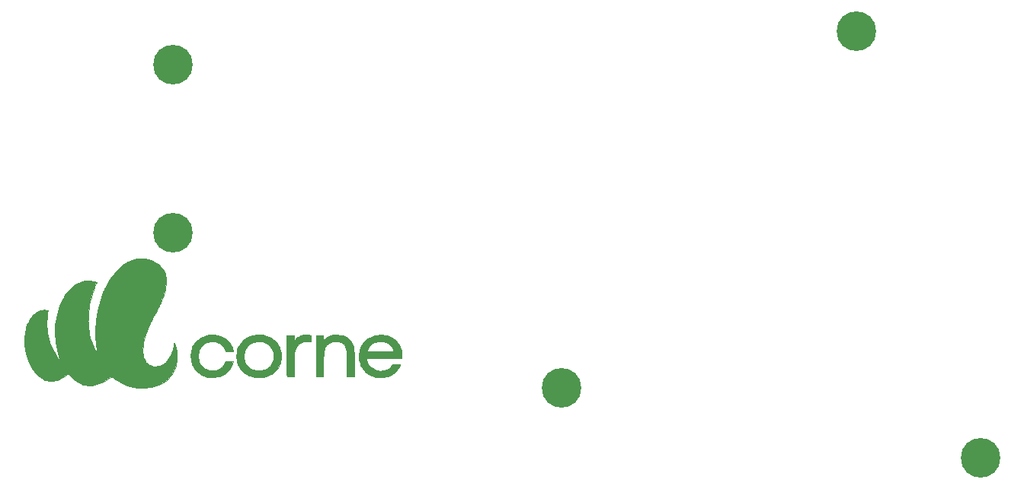
<source format=gbr>
G04 #@! TF.GenerationSoftware,KiCad,Pcbnew,5.1.5+dfsg1-2~bpo10+1*
G04 #@! TF.CreationDate,2020-09-05T13:18:24+00:00*
G04 #@! TF.ProjectId,corne-bottom-plate,636f726e-652d-4626-9f74-746f6d2d706c,2.1*
G04 #@! TF.SameCoordinates,Original*
G04 #@! TF.FileFunction,Soldermask,Top*
G04 #@! TF.FilePolarity,Negative*
%FSLAX46Y46*%
G04 Gerber Fmt 4.6, Leading zero omitted, Abs format (unit mm)*
G04 Created by KiCad (PCBNEW 5.1.5+dfsg1-2~bpo10+1) date 2020-09-05 13:18:24*
%MOMM*%
%LPD*%
G04 APERTURE LIST*
%ADD10C,0.010000*%
%ADD11C,4.400000*%
G04 APERTURE END LIST*
D10*
G36*
X97836867Y-116836010D02*
G01*
X98047039Y-116856224D01*
X98241596Y-116889621D01*
X98421852Y-116936675D01*
X98589119Y-116997862D01*
X98744712Y-117073655D01*
X98889943Y-117164531D01*
X99016428Y-117262629D01*
X99139501Y-117381357D01*
X99250477Y-117516844D01*
X99348876Y-117668159D01*
X99434221Y-117834368D01*
X99506030Y-118014538D01*
X99563827Y-118207737D01*
X99607131Y-118413031D01*
X99607154Y-118413166D01*
X99614074Y-118454173D01*
X99620309Y-118492473D01*
X99625893Y-118529331D01*
X99630863Y-118566007D01*
X99635255Y-118603766D01*
X99639104Y-118643870D01*
X99642445Y-118687582D01*
X99645316Y-118736165D01*
X99647752Y-118790880D01*
X99649787Y-118852993D01*
X99651459Y-118923764D01*
X99652803Y-119004457D01*
X99653855Y-119096334D01*
X99654650Y-119200659D01*
X99655225Y-119318695D01*
X99655615Y-119451703D01*
X99655856Y-119600947D01*
X99655983Y-119767689D01*
X99656033Y-119953193D01*
X99656041Y-120138250D01*
X99656041Y-121487625D01*
X99246409Y-121490394D01*
X98836778Y-121493164D01*
X98833143Y-120098686D01*
X98832614Y-119898412D01*
X98832114Y-119718132D01*
X98831622Y-119556673D01*
X98831118Y-119412864D01*
X98830582Y-119285532D01*
X98829993Y-119173505D01*
X98829331Y-119075609D01*
X98828577Y-118990674D01*
X98827710Y-118917525D01*
X98826709Y-118854991D01*
X98825555Y-118801899D01*
X98824228Y-118757078D01*
X98822707Y-118719354D01*
X98820972Y-118687555D01*
X98819003Y-118660508D01*
X98816779Y-118637042D01*
X98814282Y-118615984D01*
X98811489Y-118596161D01*
X98808382Y-118576401D01*
X98806778Y-118566625D01*
X98779832Y-118424536D01*
X98748446Y-118300361D01*
X98711439Y-118191101D01*
X98667631Y-118093756D01*
X98615843Y-118005326D01*
X98554893Y-117922811D01*
X98552174Y-117919502D01*
X98463395Y-117828363D01*
X98358668Y-117750356D01*
X98238882Y-117685787D01*
X98104925Y-117634961D01*
X97957687Y-117598183D01*
X97798056Y-117575759D01*
X97626922Y-117567994D01*
X97534083Y-117569834D01*
X97362416Y-117584583D01*
X97204586Y-117614557D01*
X97059134Y-117660349D01*
X96924597Y-117722556D01*
X96799514Y-117801775D01*
X96682424Y-117898600D01*
X96649077Y-117930732D01*
X96554431Y-118035294D01*
X96473852Y-118147353D01*
X96405919Y-118269638D01*
X96349211Y-118404877D01*
X96302307Y-118555801D01*
X96283004Y-118633984D01*
X96279632Y-118648924D01*
X96276596Y-118663526D01*
X96273874Y-118678941D01*
X96271443Y-118696322D01*
X96269280Y-118716819D01*
X96267364Y-118741585D01*
X96265670Y-118771771D01*
X96264176Y-118808528D01*
X96262861Y-118853010D01*
X96261700Y-118906367D01*
X96260672Y-118969751D01*
X96259754Y-119044313D01*
X96258923Y-119131206D01*
X96258156Y-119231581D01*
X96257431Y-119346590D01*
X96256725Y-119477384D01*
X96256016Y-119625116D01*
X96255280Y-119790936D01*
X96254496Y-119975997D01*
X96253930Y-120111791D01*
X96248208Y-121487625D01*
X95832812Y-121490393D01*
X95417416Y-121493162D01*
X95417416Y-116899750D01*
X96253500Y-116899750D01*
X96253500Y-117164333D01*
X96253676Y-117251555D01*
X96254456Y-117319275D01*
X96256217Y-117369152D01*
X96259337Y-117402850D01*
X96264192Y-117422031D01*
X96271160Y-117428356D01*
X96280618Y-117423488D01*
X96292943Y-117409088D01*
X96305127Y-117391813D01*
X96336800Y-117351580D01*
X96381544Y-117303179D01*
X96435091Y-117250586D01*
X96493175Y-117197776D01*
X96551531Y-117148726D01*
X96605890Y-117107409D01*
X96622961Y-117095658D01*
X96714251Y-117038800D01*
X96802661Y-116992751D01*
X96896142Y-116953804D01*
X97002650Y-116918252D01*
X97005318Y-116917444D01*
X97171008Y-116876150D01*
X97350308Y-116847831D01*
X97539855Y-116832816D01*
X97736285Y-116831433D01*
X97836867Y-116836010D01*
G37*
X97836867Y-116836010D02*
X98047039Y-116856224D01*
X98241596Y-116889621D01*
X98421852Y-116936675D01*
X98589119Y-116997862D01*
X98744712Y-117073655D01*
X98889943Y-117164531D01*
X99016428Y-117262629D01*
X99139501Y-117381357D01*
X99250477Y-117516844D01*
X99348876Y-117668159D01*
X99434221Y-117834368D01*
X99506030Y-118014538D01*
X99563827Y-118207737D01*
X99607131Y-118413031D01*
X99607154Y-118413166D01*
X99614074Y-118454173D01*
X99620309Y-118492473D01*
X99625893Y-118529331D01*
X99630863Y-118566007D01*
X99635255Y-118603766D01*
X99639104Y-118643870D01*
X99642445Y-118687582D01*
X99645316Y-118736165D01*
X99647752Y-118790880D01*
X99649787Y-118852993D01*
X99651459Y-118923764D01*
X99652803Y-119004457D01*
X99653855Y-119096334D01*
X99654650Y-119200659D01*
X99655225Y-119318695D01*
X99655615Y-119451703D01*
X99655856Y-119600947D01*
X99655983Y-119767689D01*
X99656033Y-119953193D01*
X99656041Y-120138250D01*
X99656041Y-121487625D01*
X99246409Y-121490394D01*
X98836778Y-121493164D01*
X98833143Y-120098686D01*
X98832614Y-119898412D01*
X98832114Y-119718132D01*
X98831622Y-119556673D01*
X98831118Y-119412864D01*
X98830582Y-119285532D01*
X98829993Y-119173505D01*
X98829331Y-119075609D01*
X98828577Y-118990674D01*
X98827710Y-118917525D01*
X98826709Y-118854991D01*
X98825555Y-118801899D01*
X98824228Y-118757078D01*
X98822707Y-118719354D01*
X98820972Y-118687555D01*
X98819003Y-118660508D01*
X98816779Y-118637042D01*
X98814282Y-118615984D01*
X98811489Y-118596161D01*
X98808382Y-118576401D01*
X98806778Y-118566625D01*
X98779832Y-118424536D01*
X98748446Y-118300361D01*
X98711439Y-118191101D01*
X98667631Y-118093756D01*
X98615843Y-118005326D01*
X98554893Y-117922811D01*
X98552174Y-117919502D01*
X98463395Y-117828363D01*
X98358668Y-117750356D01*
X98238882Y-117685787D01*
X98104925Y-117634961D01*
X97957687Y-117598183D01*
X97798056Y-117575759D01*
X97626922Y-117567994D01*
X97534083Y-117569834D01*
X97362416Y-117584583D01*
X97204586Y-117614557D01*
X97059134Y-117660349D01*
X96924597Y-117722556D01*
X96799514Y-117801775D01*
X96682424Y-117898600D01*
X96649077Y-117930732D01*
X96554431Y-118035294D01*
X96473852Y-118147353D01*
X96405919Y-118269638D01*
X96349211Y-118404877D01*
X96302307Y-118555801D01*
X96283004Y-118633984D01*
X96279632Y-118648924D01*
X96276596Y-118663526D01*
X96273874Y-118678941D01*
X96271443Y-118696322D01*
X96269280Y-118716819D01*
X96267364Y-118741585D01*
X96265670Y-118771771D01*
X96264176Y-118808528D01*
X96262861Y-118853010D01*
X96261700Y-118906367D01*
X96260672Y-118969751D01*
X96259754Y-119044313D01*
X96258923Y-119131206D01*
X96258156Y-119231581D01*
X96257431Y-119346590D01*
X96256725Y-119477384D01*
X96256016Y-119625116D01*
X96255280Y-119790936D01*
X96254496Y-119975997D01*
X96253930Y-120111791D01*
X96248208Y-121487625D01*
X95832812Y-121490393D01*
X95417416Y-121493162D01*
X95417416Y-116899750D01*
X96253500Y-116899750D01*
X96253500Y-117164333D01*
X96253676Y-117251555D01*
X96254456Y-117319275D01*
X96256217Y-117369152D01*
X96259337Y-117402850D01*
X96264192Y-117422031D01*
X96271160Y-117428356D01*
X96280618Y-117423488D01*
X96292943Y-117409088D01*
X96305127Y-117391813D01*
X96336800Y-117351580D01*
X96381544Y-117303179D01*
X96435091Y-117250586D01*
X96493175Y-117197776D01*
X96551531Y-117148726D01*
X96605890Y-117107409D01*
X96622961Y-117095658D01*
X96714251Y-117038800D01*
X96802661Y-116992751D01*
X96896142Y-116953804D01*
X97002650Y-116918252D01*
X97005318Y-116917444D01*
X97171008Y-116876150D01*
X97350308Y-116847831D01*
X97539855Y-116832816D01*
X97736285Y-116831433D01*
X97836867Y-116836010D01*
G36*
X94363559Y-116802505D02*
G01*
X94421095Y-116807273D01*
X94489817Y-116814494D01*
X94564892Y-116823574D01*
X94641486Y-116833919D01*
X94714767Y-116844934D01*
X94779902Y-116856027D01*
X94795645Y-116858993D01*
X94856500Y-116870753D01*
X94856500Y-117235215D01*
X94856444Y-117332715D01*
X94856210Y-117411083D01*
X94855690Y-117472352D01*
X94854780Y-117518556D01*
X94853376Y-117551728D01*
X94851372Y-117573903D01*
X94848663Y-117587113D01*
X94845145Y-117593394D01*
X94840712Y-117594778D01*
X94837979Y-117594229D01*
X94674264Y-117557016D01*
X94505638Y-117539906D01*
X94334038Y-117542975D01*
X94161399Y-117566295D01*
X94153166Y-117567915D01*
X93988211Y-117611317D01*
X93832418Y-117673795D01*
X93685854Y-117755314D01*
X93548585Y-117855838D01*
X93444672Y-117950754D01*
X93338582Y-118067937D01*
X93248797Y-118191374D01*
X93173797Y-118323914D01*
X93112059Y-118468406D01*
X93062062Y-118627702D01*
X93043708Y-118701837D01*
X93040432Y-118716411D01*
X93037488Y-118730915D01*
X93034854Y-118746510D01*
X93032510Y-118764360D01*
X93030435Y-118785628D01*
X93028607Y-118811478D01*
X93027007Y-118843073D01*
X93025612Y-118881577D01*
X93024403Y-118928152D01*
X93023357Y-118983961D01*
X93022455Y-119050170D01*
X93021675Y-119127939D01*
X93020997Y-119218434D01*
X93020399Y-119322816D01*
X93019861Y-119442250D01*
X93019362Y-119577899D01*
X93018880Y-119730926D01*
X93018396Y-119902494D01*
X93017887Y-120093767D01*
X93017750Y-120146187D01*
X93014236Y-121492916D01*
X92608923Y-121492916D01*
X92518301Y-121492738D01*
X92434374Y-121492230D01*
X92359485Y-121491432D01*
X92295977Y-121490385D01*
X92246193Y-121489128D01*
X92212476Y-121487701D01*
X92197169Y-121486146D01*
X92196555Y-121485861D01*
X92195941Y-121474848D01*
X92195349Y-121443847D01*
X92194782Y-121394036D01*
X92194240Y-121326592D01*
X92193722Y-121242696D01*
X92193231Y-121143524D01*
X92192766Y-121030254D01*
X92192328Y-120904066D01*
X92191919Y-120766138D01*
X92191538Y-120617647D01*
X92191187Y-120459772D01*
X92190865Y-120293691D01*
X92190575Y-120120582D01*
X92190316Y-119941624D01*
X92190088Y-119757996D01*
X92189894Y-119570874D01*
X92189733Y-119381438D01*
X92189607Y-119190865D01*
X92189515Y-119000334D01*
X92189459Y-118811024D01*
X92189438Y-118624112D01*
X92189455Y-118440777D01*
X92189510Y-118262196D01*
X92189602Y-118089549D01*
X92189734Y-117924014D01*
X92189905Y-117766768D01*
X92190116Y-117618990D01*
X92190369Y-117481858D01*
X92190663Y-117356551D01*
X92190999Y-117244247D01*
X92191379Y-117146123D01*
X92191802Y-117063359D01*
X92192270Y-116997132D01*
X92192783Y-116948622D01*
X92193341Y-116919005D01*
X92193901Y-116909451D01*
X92205106Y-116908544D01*
X92235163Y-116907846D01*
X92281758Y-116907366D01*
X92342577Y-116907113D01*
X92415306Y-116907095D01*
X92497632Y-116907321D01*
X92587242Y-116907799D01*
X92606651Y-116907931D01*
X93015000Y-116910821D01*
X93015000Y-117175160D01*
X93015157Y-117262174D01*
X93015900Y-117329690D01*
X93017634Y-117379376D01*
X93020765Y-117412901D01*
X93025697Y-117431931D01*
X93032836Y-117438135D01*
X93042587Y-117433181D01*
X93055355Y-117418736D01*
X93069490Y-117399386D01*
X93127862Y-117326456D01*
X93201580Y-117249638D01*
X93286309Y-117172830D01*
X93377716Y-117099932D01*
X93471464Y-117034844D01*
X93482518Y-117027836D01*
X93589109Y-116969234D01*
X93709976Y-116917054D01*
X93838621Y-116873649D01*
X93968548Y-116841372D01*
X94025582Y-116831124D01*
X94078491Y-116823593D01*
X94138486Y-116816243D01*
X94199560Y-116809690D01*
X94255707Y-116804549D01*
X94300922Y-116801432D01*
X94322041Y-116800783D01*
X94363559Y-116802505D01*
G37*
X94363559Y-116802505D02*
X94421095Y-116807273D01*
X94489817Y-116814494D01*
X94564892Y-116823574D01*
X94641486Y-116833919D01*
X94714767Y-116844934D01*
X94779902Y-116856027D01*
X94795645Y-116858993D01*
X94856500Y-116870753D01*
X94856500Y-117235215D01*
X94856444Y-117332715D01*
X94856210Y-117411083D01*
X94855690Y-117472352D01*
X94854780Y-117518556D01*
X94853376Y-117551728D01*
X94851372Y-117573903D01*
X94848663Y-117587113D01*
X94845145Y-117593394D01*
X94840712Y-117594778D01*
X94837979Y-117594229D01*
X94674264Y-117557016D01*
X94505638Y-117539906D01*
X94334038Y-117542975D01*
X94161399Y-117566295D01*
X94153166Y-117567915D01*
X93988211Y-117611317D01*
X93832418Y-117673795D01*
X93685854Y-117755314D01*
X93548585Y-117855838D01*
X93444672Y-117950754D01*
X93338582Y-118067937D01*
X93248797Y-118191374D01*
X93173797Y-118323914D01*
X93112059Y-118468406D01*
X93062062Y-118627702D01*
X93043708Y-118701837D01*
X93040432Y-118716411D01*
X93037488Y-118730915D01*
X93034854Y-118746510D01*
X93032510Y-118764360D01*
X93030435Y-118785628D01*
X93028607Y-118811478D01*
X93027007Y-118843073D01*
X93025612Y-118881577D01*
X93024403Y-118928152D01*
X93023357Y-118983961D01*
X93022455Y-119050170D01*
X93021675Y-119127939D01*
X93020997Y-119218434D01*
X93020399Y-119322816D01*
X93019861Y-119442250D01*
X93019362Y-119577899D01*
X93018880Y-119730926D01*
X93018396Y-119902494D01*
X93017887Y-120093767D01*
X93017750Y-120146187D01*
X93014236Y-121492916D01*
X92608923Y-121492916D01*
X92518301Y-121492738D01*
X92434374Y-121492230D01*
X92359485Y-121491432D01*
X92295977Y-121490385D01*
X92246193Y-121489128D01*
X92212476Y-121487701D01*
X92197169Y-121486146D01*
X92196555Y-121485861D01*
X92195941Y-121474848D01*
X92195349Y-121443847D01*
X92194782Y-121394036D01*
X92194240Y-121326592D01*
X92193722Y-121242696D01*
X92193231Y-121143524D01*
X92192766Y-121030254D01*
X92192328Y-120904066D01*
X92191919Y-120766138D01*
X92191538Y-120617647D01*
X92191187Y-120459772D01*
X92190865Y-120293691D01*
X92190575Y-120120582D01*
X92190316Y-119941624D01*
X92190088Y-119757996D01*
X92189894Y-119570874D01*
X92189733Y-119381438D01*
X92189607Y-119190865D01*
X92189515Y-119000334D01*
X92189459Y-118811024D01*
X92189438Y-118624112D01*
X92189455Y-118440777D01*
X92189510Y-118262196D01*
X92189602Y-118089549D01*
X92189734Y-117924014D01*
X92189905Y-117766768D01*
X92190116Y-117618990D01*
X92190369Y-117481858D01*
X92190663Y-117356551D01*
X92190999Y-117244247D01*
X92191379Y-117146123D01*
X92191802Y-117063359D01*
X92192270Y-116997132D01*
X92192783Y-116948622D01*
X92193341Y-116919005D01*
X92193901Y-116909451D01*
X92205106Y-116908544D01*
X92235163Y-116907846D01*
X92281758Y-116907366D01*
X92342577Y-116907113D01*
X92415306Y-116907095D01*
X92497632Y-116907321D01*
X92587242Y-116907799D01*
X92606651Y-116907931D01*
X93015000Y-116910821D01*
X93015000Y-117175160D01*
X93015157Y-117262174D01*
X93015900Y-117329690D01*
X93017634Y-117379376D01*
X93020765Y-117412901D01*
X93025697Y-117431931D01*
X93032836Y-117438135D01*
X93042587Y-117433181D01*
X93055355Y-117418736D01*
X93069490Y-117399386D01*
X93127862Y-117326456D01*
X93201580Y-117249638D01*
X93286309Y-117172830D01*
X93377716Y-117099932D01*
X93471464Y-117034844D01*
X93482518Y-117027836D01*
X93589109Y-116969234D01*
X93709976Y-116917054D01*
X93838621Y-116873649D01*
X93968548Y-116841372D01*
X94025582Y-116831124D01*
X94078491Y-116823593D01*
X94138486Y-116816243D01*
X94199560Y-116809690D01*
X94255707Y-116804549D01*
X94300922Y-116801432D01*
X94322041Y-116800783D01*
X94363559Y-116802505D01*
G36*
X84023142Y-116832164D02*
G01*
X84121664Y-116834928D01*
X84208147Y-116840145D01*
X84287127Y-116848308D01*
X84363144Y-116859915D01*
X84440735Y-116875460D01*
X84524439Y-116895440D01*
X84546384Y-116901065D01*
X84766117Y-116967760D01*
X84972949Y-117050423D01*
X85166384Y-117148614D01*
X85345928Y-117261893D01*
X85511085Y-117389821D01*
X85661361Y-117531958D01*
X85796259Y-117687865D01*
X85915285Y-117857102D01*
X86017943Y-118039229D01*
X86103739Y-118233807D01*
X86130580Y-118307333D01*
X86144009Y-118348519D01*
X86159200Y-118398842D01*
X86174949Y-118453843D01*
X86190054Y-118509062D01*
X86203311Y-118560039D01*
X86213518Y-118602315D01*
X86219470Y-118631430D01*
X86220500Y-118640621D01*
X86210288Y-118641790D01*
X86181143Y-118642871D01*
X86135294Y-118643837D01*
X86074976Y-118644659D01*
X86002420Y-118645309D01*
X85919858Y-118645759D01*
X85829521Y-118645981D01*
X85794056Y-118646000D01*
X85367612Y-118646000D01*
X85337987Y-118555031D01*
X85275042Y-118395355D01*
X85193926Y-118245735D01*
X85095702Y-118107389D01*
X84981433Y-117981537D01*
X84852184Y-117869397D01*
X84709015Y-117772189D01*
X84606541Y-117716369D01*
X84449382Y-117650075D01*
X84283288Y-117601771D01*
X84110762Y-117571636D01*
X83934307Y-117559847D01*
X83756423Y-117566585D01*
X83579614Y-117592027D01*
X83421371Y-117631704D01*
X83255988Y-117692765D01*
X83100675Y-117771509D01*
X82956704Y-117866703D01*
X82825342Y-117977114D01*
X82707860Y-118101508D01*
X82605528Y-118238651D01*
X82519614Y-118387311D01*
X82451390Y-118546253D01*
X82437135Y-118587791D01*
X82392459Y-118753642D01*
X82362782Y-118928694D01*
X82348080Y-119108975D01*
X82348330Y-119290513D01*
X82363508Y-119469334D01*
X82393589Y-119641466D01*
X82438551Y-119802935D01*
X82444501Y-119820150D01*
X82514048Y-119987210D01*
X82599993Y-120141457D01*
X82701723Y-120282189D01*
X82818621Y-120408701D01*
X82950073Y-120520289D01*
X83095463Y-120616252D01*
X83180680Y-120661885D01*
X83344220Y-120731672D01*
X83513969Y-120782951D01*
X83687792Y-120815779D01*
X83863553Y-120830211D01*
X84039114Y-120826305D01*
X84212341Y-120804118D01*
X84381097Y-120763707D01*
X84543245Y-120705128D01*
X84696651Y-120628438D01*
X84708941Y-120621251D01*
X84825092Y-120543177D01*
X84938187Y-120449488D01*
X85042521Y-120345452D01*
X85132391Y-120236339D01*
X85145848Y-120217625D01*
X85190872Y-120147387D01*
X85236904Y-120064735D01*
X85280098Y-119977339D01*
X85316605Y-119892869D01*
X85337325Y-119835920D01*
X85366359Y-119746666D01*
X86220903Y-119746666D01*
X86214507Y-119775770D01*
X86159632Y-119987569D01*
X86091156Y-120183994D01*
X86008268Y-120366539D01*
X85910155Y-120536696D01*
X85796004Y-120695960D01*
X85665003Y-120845823D01*
X85593761Y-120916903D01*
X85432727Y-121056222D01*
X85258543Y-121179167D01*
X85071783Y-121285483D01*
X84873021Y-121374912D01*
X84662830Y-121447197D01*
X84441784Y-121502080D01*
X84210455Y-121539305D01*
X84204334Y-121540032D01*
X84133677Y-121546417D01*
X84048821Y-121551030D01*
X83955530Y-121553821D01*
X83859569Y-121554741D01*
X83766703Y-121553743D01*
X83682697Y-121550777D01*
X83613317Y-121545794D01*
X83606416Y-121545077D01*
X83377596Y-121510591D01*
X83157576Y-121457818D01*
X82947174Y-121387124D01*
X82747208Y-121298876D01*
X82558496Y-121193441D01*
X82381854Y-121071185D01*
X82218101Y-120932475D01*
X82198545Y-120913965D01*
X82150662Y-120866772D01*
X82101947Y-120816511D01*
X82057517Y-120768597D01*
X82022488Y-120728448D01*
X82016814Y-120721521D01*
X81891130Y-120548940D01*
X81783092Y-120364999D01*
X81692887Y-120170309D01*
X81620704Y-119965479D01*
X81566729Y-119751119D01*
X81531151Y-119527836D01*
X81514158Y-119296240D01*
X81514563Y-119090500D01*
X81531899Y-118854022D01*
X81566721Y-118629380D01*
X81619118Y-118416353D01*
X81689177Y-118214722D01*
X81776985Y-118024268D01*
X81882631Y-117844770D01*
X82006202Y-117676009D01*
X82139847Y-117525874D01*
X82297981Y-117378594D01*
X82469023Y-117248051D01*
X82652837Y-117134314D01*
X82849288Y-117037449D01*
X83058241Y-116957522D01*
X83279562Y-116894601D01*
X83502730Y-116850387D01*
X83548208Y-116843993D01*
X83596409Y-116839111D01*
X83650882Y-116835574D01*
X83715175Y-116833216D01*
X83792839Y-116831870D01*
X83887422Y-116831370D01*
X83908041Y-116831356D01*
X84023142Y-116832164D01*
G37*
X84023142Y-116832164D02*
X84121664Y-116834928D01*
X84208147Y-116840145D01*
X84287127Y-116848308D01*
X84363144Y-116859915D01*
X84440735Y-116875460D01*
X84524439Y-116895440D01*
X84546384Y-116901065D01*
X84766117Y-116967760D01*
X84972949Y-117050423D01*
X85166384Y-117148614D01*
X85345928Y-117261893D01*
X85511085Y-117389821D01*
X85661361Y-117531958D01*
X85796259Y-117687865D01*
X85915285Y-117857102D01*
X86017943Y-118039229D01*
X86103739Y-118233807D01*
X86130580Y-118307333D01*
X86144009Y-118348519D01*
X86159200Y-118398842D01*
X86174949Y-118453843D01*
X86190054Y-118509062D01*
X86203311Y-118560039D01*
X86213518Y-118602315D01*
X86219470Y-118631430D01*
X86220500Y-118640621D01*
X86210288Y-118641790D01*
X86181143Y-118642871D01*
X86135294Y-118643837D01*
X86074976Y-118644659D01*
X86002420Y-118645309D01*
X85919858Y-118645759D01*
X85829521Y-118645981D01*
X85794056Y-118646000D01*
X85367612Y-118646000D01*
X85337987Y-118555031D01*
X85275042Y-118395355D01*
X85193926Y-118245735D01*
X85095702Y-118107389D01*
X84981433Y-117981537D01*
X84852184Y-117869397D01*
X84709015Y-117772189D01*
X84606541Y-117716369D01*
X84449382Y-117650075D01*
X84283288Y-117601771D01*
X84110762Y-117571636D01*
X83934307Y-117559847D01*
X83756423Y-117566585D01*
X83579614Y-117592027D01*
X83421371Y-117631704D01*
X83255988Y-117692765D01*
X83100675Y-117771509D01*
X82956704Y-117866703D01*
X82825342Y-117977114D01*
X82707860Y-118101508D01*
X82605528Y-118238651D01*
X82519614Y-118387311D01*
X82451390Y-118546253D01*
X82437135Y-118587791D01*
X82392459Y-118753642D01*
X82362782Y-118928694D01*
X82348080Y-119108975D01*
X82348330Y-119290513D01*
X82363508Y-119469334D01*
X82393589Y-119641466D01*
X82438551Y-119802935D01*
X82444501Y-119820150D01*
X82514048Y-119987210D01*
X82599993Y-120141457D01*
X82701723Y-120282189D01*
X82818621Y-120408701D01*
X82950073Y-120520289D01*
X83095463Y-120616252D01*
X83180680Y-120661885D01*
X83344220Y-120731672D01*
X83513969Y-120782951D01*
X83687792Y-120815779D01*
X83863553Y-120830211D01*
X84039114Y-120826305D01*
X84212341Y-120804118D01*
X84381097Y-120763707D01*
X84543245Y-120705128D01*
X84696651Y-120628438D01*
X84708941Y-120621251D01*
X84825092Y-120543177D01*
X84938187Y-120449488D01*
X85042521Y-120345452D01*
X85132391Y-120236339D01*
X85145848Y-120217625D01*
X85190872Y-120147387D01*
X85236904Y-120064735D01*
X85280098Y-119977339D01*
X85316605Y-119892869D01*
X85337325Y-119835920D01*
X85366359Y-119746666D01*
X86220903Y-119746666D01*
X86214507Y-119775770D01*
X86159632Y-119987569D01*
X86091156Y-120183994D01*
X86008268Y-120366539D01*
X85910155Y-120536696D01*
X85796004Y-120695960D01*
X85665003Y-120845823D01*
X85593761Y-120916903D01*
X85432727Y-121056222D01*
X85258543Y-121179167D01*
X85071783Y-121285483D01*
X84873021Y-121374912D01*
X84662830Y-121447197D01*
X84441784Y-121502080D01*
X84210455Y-121539305D01*
X84204334Y-121540032D01*
X84133677Y-121546417D01*
X84048821Y-121551030D01*
X83955530Y-121553821D01*
X83859569Y-121554741D01*
X83766703Y-121553743D01*
X83682697Y-121550777D01*
X83613317Y-121545794D01*
X83606416Y-121545077D01*
X83377596Y-121510591D01*
X83157576Y-121457818D01*
X82947174Y-121387124D01*
X82747208Y-121298876D01*
X82558496Y-121193441D01*
X82381854Y-121071185D01*
X82218101Y-120932475D01*
X82198545Y-120913965D01*
X82150662Y-120866772D01*
X82101947Y-120816511D01*
X82057517Y-120768597D01*
X82022488Y-120728448D01*
X82016814Y-120721521D01*
X81891130Y-120548940D01*
X81783092Y-120364999D01*
X81692887Y-120170309D01*
X81620704Y-119965479D01*
X81566729Y-119751119D01*
X81531151Y-119527836D01*
X81514158Y-119296240D01*
X81514563Y-119090500D01*
X81531899Y-118854022D01*
X81566721Y-118629380D01*
X81619118Y-118416353D01*
X81689177Y-118214722D01*
X81776985Y-118024268D01*
X81882631Y-117844770D01*
X82006202Y-117676009D01*
X82139847Y-117525874D01*
X82297981Y-117378594D01*
X82469023Y-117248051D01*
X82652837Y-117134314D01*
X82849288Y-117037449D01*
X83058241Y-116957522D01*
X83279562Y-116894601D01*
X83502730Y-116850387D01*
X83548208Y-116843993D01*
X83596409Y-116839111D01*
X83650882Y-116835574D01*
X83715175Y-116833216D01*
X83792839Y-116831870D01*
X83887422Y-116831370D01*
X83908041Y-116831356D01*
X84023142Y-116832164D01*
G36*
X102715748Y-116835289D02*
G01*
X102835640Y-116842007D01*
X102949233Y-116854100D01*
X103063752Y-116872164D01*
X103071866Y-116873645D01*
X103292365Y-116924128D01*
X103503443Y-116992505D01*
X103704124Y-117078276D01*
X103893434Y-117180941D01*
X104070397Y-117300001D01*
X104234038Y-117434955D01*
X104311301Y-117508985D01*
X104451967Y-117665049D01*
X104575090Y-117832210D01*
X104680813Y-118010784D01*
X104769281Y-118201090D01*
X104840636Y-118403445D01*
X104895022Y-118618167D01*
X104932584Y-118845573D01*
X104938286Y-118894401D01*
X104944557Y-118964967D01*
X104948771Y-119039829D01*
X104950965Y-119115329D01*
X104951177Y-119187812D01*
X104949444Y-119253620D01*
X104945803Y-119309097D01*
X104940291Y-119350587D01*
X104933417Y-119373604D01*
X104920505Y-119397416D01*
X101034255Y-119397416D01*
X101041616Y-119490020D01*
X101062156Y-119647647D01*
X101098469Y-119794796D01*
X101151823Y-119936404D01*
X101161773Y-119958333D01*
X101238424Y-120098982D01*
X101333218Y-120231468D01*
X101444262Y-120354467D01*
X101569666Y-120466652D01*
X101707539Y-120566697D01*
X101855991Y-120653277D01*
X102013130Y-120725065D01*
X102177067Y-120780737D01*
X102345910Y-120818965D01*
X102401105Y-120827357D01*
X102518412Y-120836738D01*
X102648040Y-120836074D01*
X102784004Y-120825947D01*
X102920319Y-120806937D01*
X103051000Y-120779626D01*
X103135713Y-120755947D01*
X103192981Y-120735321D01*
X103260863Y-120706779D01*
X103332913Y-120673402D01*
X103402682Y-120638275D01*
X103463723Y-120604481D01*
X103500208Y-120581653D01*
X103632947Y-120479179D01*
X103754268Y-120359491D01*
X103862825Y-120223991D01*
X103908083Y-120156770D01*
X103960285Y-120074750D01*
X104382559Y-120074750D01*
X104491176Y-120074863D01*
X104580347Y-120075241D01*
X104651792Y-120075942D01*
X104707230Y-120077022D01*
X104748382Y-120078539D01*
X104776967Y-120080549D01*
X104794704Y-120083111D01*
X104803314Y-120086281D01*
X104804833Y-120088800D01*
X104801045Y-120105285D01*
X104791137Y-120134730D01*
X104777909Y-120169110D01*
X104686845Y-120366154D01*
X104579352Y-120550168D01*
X104456020Y-120720708D01*
X104317437Y-120877332D01*
X104164192Y-121019595D01*
X103996876Y-121147054D01*
X103816076Y-121259265D01*
X103622383Y-121355785D01*
X103416385Y-121436171D01*
X103198671Y-121499978D01*
X102969831Y-121546763D01*
X102942166Y-121551134D01*
X102868460Y-121559913D01*
X102779591Y-121566524D01*
X102681464Y-121570860D01*
X102579982Y-121572816D01*
X102481048Y-121572286D01*
X102390566Y-121569165D01*
X102314440Y-121563344D01*
X102307166Y-121562531D01*
X102073591Y-121525859D01*
X101850533Y-121471416D01*
X101638427Y-121399401D01*
X101437704Y-121310012D01*
X101248798Y-121203449D01*
X101072142Y-121079911D01*
X100908167Y-120939595D01*
X100869741Y-120902448D01*
X100725245Y-120744799D01*
X100598388Y-120575548D01*
X100489259Y-120394933D01*
X100397953Y-120203194D01*
X100324560Y-120000570D01*
X100269174Y-119787298D01*
X100231887Y-119563617D01*
X100212790Y-119329767D01*
X100210075Y-119196333D01*
X100219026Y-118957117D01*
X100245650Y-118729368D01*
X100254037Y-118688435D01*
X101074861Y-118688435D01*
X101075196Y-118700514D01*
X101086288Y-118701689D01*
X101117087Y-118702779D01*
X101166136Y-118703786D01*
X101231976Y-118704708D01*
X101313147Y-118705547D01*
X101408192Y-118706301D01*
X101515651Y-118706972D01*
X101634066Y-118707558D01*
X101761978Y-118708061D01*
X101897929Y-118708479D01*
X102040460Y-118708814D01*
X102188112Y-118709065D01*
X102339426Y-118709232D01*
X102492944Y-118709315D01*
X102647208Y-118709315D01*
X102800758Y-118709230D01*
X102952137Y-118709062D01*
X103099884Y-118708810D01*
X103242542Y-118708474D01*
X103378652Y-118708054D01*
X103506755Y-118707551D01*
X103625393Y-118706963D01*
X103733107Y-118706293D01*
X103828438Y-118705538D01*
X103909928Y-118704700D01*
X103976118Y-118703778D01*
X104025549Y-118702772D01*
X104056763Y-118701683D01*
X104068301Y-118700510D01*
X104068323Y-118700483D01*
X104068635Y-118685193D01*
X104062903Y-118654154D01*
X104052311Y-118611514D01*
X104038045Y-118561418D01*
X104021289Y-118508012D01*
X104003228Y-118455441D01*
X103985048Y-118407853D01*
X103983849Y-118404931D01*
X103925043Y-118277880D01*
X103858434Y-118165514D01*
X103779933Y-118061676D01*
X103693854Y-117968548D01*
X103572129Y-117861948D01*
X103435953Y-117770613D01*
X103285748Y-117694749D01*
X103121939Y-117634559D01*
X102944946Y-117590250D01*
X102894541Y-117580966D01*
X102815335Y-117570981D01*
X102721388Y-117564838D01*
X102618764Y-117562488D01*
X102513529Y-117563882D01*
X102411746Y-117568973D01*
X102319482Y-117577711D01*
X102263662Y-117585999D01*
X102082782Y-117627704D01*
X101913954Y-117685708D01*
X101757854Y-117759481D01*
X101615161Y-117848490D01*
X101486552Y-117952204D01*
X101372703Y-118070089D01*
X101274292Y-118201615D01*
X101191997Y-118346249D01*
X101138778Y-118469550D01*
X101120897Y-118519788D01*
X101104381Y-118571096D01*
X101090414Y-118619173D01*
X101080179Y-118659720D01*
X101074861Y-118688435D01*
X100254037Y-118688435D01*
X100290034Y-118512771D01*
X100352267Y-118307014D01*
X100432435Y-118111782D01*
X100530625Y-117926763D01*
X100589609Y-117833326D01*
X100648480Y-117748440D01*
X100705453Y-117673993D01*
X100765877Y-117603596D01*
X100835101Y-117530862D01*
X100880376Y-117486075D01*
X101039800Y-117345629D01*
X101212368Y-117221294D01*
X101397039Y-117113466D01*
X101592771Y-117022547D01*
X101798524Y-116948934D01*
X102013255Y-116893029D01*
X102235924Y-116855229D01*
X102465489Y-116835935D01*
X102582333Y-116833353D01*
X102715748Y-116835289D01*
G37*
X102715748Y-116835289D02*
X102835640Y-116842007D01*
X102949233Y-116854100D01*
X103063752Y-116872164D01*
X103071866Y-116873645D01*
X103292365Y-116924128D01*
X103503443Y-116992505D01*
X103704124Y-117078276D01*
X103893434Y-117180941D01*
X104070397Y-117300001D01*
X104234038Y-117434955D01*
X104311301Y-117508985D01*
X104451967Y-117665049D01*
X104575090Y-117832210D01*
X104680813Y-118010784D01*
X104769281Y-118201090D01*
X104840636Y-118403445D01*
X104895022Y-118618167D01*
X104932584Y-118845573D01*
X104938286Y-118894401D01*
X104944557Y-118964967D01*
X104948771Y-119039829D01*
X104950965Y-119115329D01*
X104951177Y-119187812D01*
X104949444Y-119253620D01*
X104945803Y-119309097D01*
X104940291Y-119350587D01*
X104933417Y-119373604D01*
X104920505Y-119397416D01*
X101034255Y-119397416D01*
X101041616Y-119490020D01*
X101062156Y-119647647D01*
X101098469Y-119794796D01*
X101151823Y-119936404D01*
X101161773Y-119958333D01*
X101238424Y-120098982D01*
X101333218Y-120231468D01*
X101444262Y-120354467D01*
X101569666Y-120466652D01*
X101707539Y-120566697D01*
X101855991Y-120653277D01*
X102013130Y-120725065D01*
X102177067Y-120780737D01*
X102345910Y-120818965D01*
X102401105Y-120827357D01*
X102518412Y-120836738D01*
X102648040Y-120836074D01*
X102784004Y-120825947D01*
X102920319Y-120806937D01*
X103051000Y-120779626D01*
X103135713Y-120755947D01*
X103192981Y-120735321D01*
X103260863Y-120706779D01*
X103332913Y-120673402D01*
X103402682Y-120638275D01*
X103463723Y-120604481D01*
X103500208Y-120581653D01*
X103632947Y-120479179D01*
X103754268Y-120359491D01*
X103862825Y-120223991D01*
X103908083Y-120156770D01*
X103960285Y-120074750D01*
X104382559Y-120074750D01*
X104491176Y-120074863D01*
X104580347Y-120075241D01*
X104651792Y-120075942D01*
X104707230Y-120077022D01*
X104748382Y-120078539D01*
X104776967Y-120080549D01*
X104794704Y-120083111D01*
X104803314Y-120086281D01*
X104804833Y-120088800D01*
X104801045Y-120105285D01*
X104791137Y-120134730D01*
X104777909Y-120169110D01*
X104686845Y-120366154D01*
X104579352Y-120550168D01*
X104456020Y-120720708D01*
X104317437Y-120877332D01*
X104164192Y-121019595D01*
X103996876Y-121147054D01*
X103816076Y-121259265D01*
X103622383Y-121355785D01*
X103416385Y-121436171D01*
X103198671Y-121499978D01*
X102969831Y-121546763D01*
X102942166Y-121551134D01*
X102868460Y-121559913D01*
X102779591Y-121566524D01*
X102681464Y-121570860D01*
X102579982Y-121572816D01*
X102481048Y-121572286D01*
X102390566Y-121569165D01*
X102314440Y-121563344D01*
X102307166Y-121562531D01*
X102073591Y-121525859D01*
X101850533Y-121471416D01*
X101638427Y-121399401D01*
X101437704Y-121310012D01*
X101248798Y-121203449D01*
X101072142Y-121079911D01*
X100908167Y-120939595D01*
X100869741Y-120902448D01*
X100725245Y-120744799D01*
X100598388Y-120575548D01*
X100489259Y-120394933D01*
X100397953Y-120203194D01*
X100324560Y-120000570D01*
X100269174Y-119787298D01*
X100231887Y-119563617D01*
X100212790Y-119329767D01*
X100210075Y-119196333D01*
X100219026Y-118957117D01*
X100245650Y-118729368D01*
X100254037Y-118688435D01*
X101074861Y-118688435D01*
X101075196Y-118700514D01*
X101086288Y-118701689D01*
X101117087Y-118702779D01*
X101166136Y-118703786D01*
X101231976Y-118704708D01*
X101313147Y-118705547D01*
X101408192Y-118706301D01*
X101515651Y-118706972D01*
X101634066Y-118707558D01*
X101761978Y-118708061D01*
X101897929Y-118708479D01*
X102040460Y-118708814D01*
X102188112Y-118709065D01*
X102339426Y-118709232D01*
X102492944Y-118709315D01*
X102647208Y-118709315D01*
X102800758Y-118709230D01*
X102952137Y-118709062D01*
X103099884Y-118708810D01*
X103242542Y-118708474D01*
X103378652Y-118708054D01*
X103506755Y-118707551D01*
X103625393Y-118706963D01*
X103733107Y-118706293D01*
X103828438Y-118705538D01*
X103909928Y-118704700D01*
X103976118Y-118703778D01*
X104025549Y-118702772D01*
X104056763Y-118701683D01*
X104068301Y-118700510D01*
X104068323Y-118700483D01*
X104068635Y-118685193D01*
X104062903Y-118654154D01*
X104052311Y-118611514D01*
X104038045Y-118561418D01*
X104021289Y-118508012D01*
X104003228Y-118455441D01*
X103985048Y-118407853D01*
X103983849Y-118404931D01*
X103925043Y-118277880D01*
X103858434Y-118165514D01*
X103779933Y-118061676D01*
X103693854Y-117968548D01*
X103572129Y-117861948D01*
X103435953Y-117770613D01*
X103285748Y-117694749D01*
X103121939Y-117634559D01*
X102944946Y-117590250D01*
X102894541Y-117580966D01*
X102815335Y-117570981D01*
X102721388Y-117564838D01*
X102618764Y-117562488D01*
X102513529Y-117563882D01*
X102411746Y-117568973D01*
X102319482Y-117577711D01*
X102263662Y-117585999D01*
X102082782Y-117627704D01*
X101913954Y-117685708D01*
X101757854Y-117759481D01*
X101615161Y-117848490D01*
X101486552Y-117952204D01*
X101372703Y-118070089D01*
X101274292Y-118201615D01*
X101191997Y-118346249D01*
X101138778Y-118469550D01*
X101120897Y-118519788D01*
X101104381Y-118571096D01*
X101090414Y-118619173D01*
X101080179Y-118659720D01*
X101074861Y-118688435D01*
X100254037Y-118688435D01*
X100290034Y-118512771D01*
X100352267Y-118307014D01*
X100432435Y-118111782D01*
X100530625Y-117926763D01*
X100589609Y-117833326D01*
X100648480Y-117748440D01*
X100705453Y-117673993D01*
X100765877Y-117603596D01*
X100835101Y-117530862D01*
X100880376Y-117486075D01*
X101039800Y-117345629D01*
X101212368Y-117221294D01*
X101397039Y-117113466D01*
X101592771Y-117022547D01*
X101798524Y-116948934D01*
X102013255Y-116893029D01*
X102235924Y-116855229D01*
X102465489Y-116835935D01*
X102582333Y-116833353D01*
X102715748Y-116835289D01*
G36*
X89101337Y-116830358D02*
G01*
X89197007Y-116831834D01*
X89288472Y-116834679D01*
X89371514Y-116838864D01*
X89441913Y-116844356D01*
X89490750Y-116850356D01*
X89726680Y-116897058D01*
X89951468Y-116960522D01*
X90164493Y-117040417D01*
X90365139Y-117136412D01*
X90552786Y-117248179D01*
X90726814Y-117375386D01*
X90886606Y-117517703D01*
X91028492Y-117671156D01*
X91151279Y-117833688D01*
X91258870Y-118009846D01*
X91350516Y-118197789D01*
X91425468Y-118395672D01*
X91482976Y-118601651D01*
X91522291Y-118813884D01*
X91534283Y-118915383D01*
X91539610Y-118992158D01*
X91542440Y-119082442D01*
X91542911Y-119181362D01*
X91541161Y-119284042D01*
X91537329Y-119385608D01*
X91531554Y-119481183D01*
X91523973Y-119565894D01*
X91514724Y-119634866D01*
X91513691Y-119640833D01*
X91480497Y-119804615D01*
X91441157Y-119953681D01*
X91393724Y-120094060D01*
X91336249Y-120231783D01*
X91294876Y-120318166D01*
X91193002Y-120498167D01*
X91073527Y-120667069D01*
X90937312Y-120824125D01*
X90785217Y-120968589D01*
X90618104Y-121099713D01*
X90436833Y-121216752D01*
X90242265Y-121318958D01*
X90045401Y-121401818D01*
X89838484Y-121468988D01*
X89621090Y-121520461D01*
X89397553Y-121555661D01*
X89172208Y-121574014D01*
X88949388Y-121574945D01*
X88808125Y-121565950D01*
X88576041Y-121535270D01*
X88352439Y-121487089D01*
X88138213Y-121421985D01*
X87934258Y-121340536D01*
X87741470Y-121243320D01*
X87560743Y-121130914D01*
X87392974Y-121003897D01*
X87239057Y-120862847D01*
X87099887Y-120708341D01*
X86976361Y-120540957D01*
X86869373Y-120361274D01*
X86834119Y-120291708D01*
X86766212Y-120140466D01*
X86711406Y-119992972D01*
X86668449Y-119844317D01*
X86636087Y-119689591D01*
X86613069Y-119523884D01*
X86600183Y-119374803D01*
X86596851Y-119247655D01*
X87428265Y-119247655D01*
X87430651Y-119345399D01*
X87437656Y-119434076D01*
X87449845Y-119519588D01*
X87467781Y-119607841D01*
X87479911Y-119658144D01*
X87533315Y-119828201D01*
X87604783Y-119988135D01*
X87693318Y-120137026D01*
X87797922Y-120273953D01*
X87917598Y-120397995D01*
X88051347Y-120508232D01*
X88198174Y-120603743D01*
X88357079Y-120683608D01*
X88527066Y-120746905D01*
X88707138Y-120792715D01*
X88709800Y-120793242D01*
X88759943Y-120803087D01*
X88800432Y-120810574D01*
X88835342Y-120815978D01*
X88868750Y-120819579D01*
X88904734Y-120821652D01*
X88947371Y-120822476D01*
X89000737Y-120822328D01*
X89068909Y-120821486D01*
X89115041Y-120820814D01*
X89196372Y-120819354D01*
X89260842Y-120817392D01*
X89312756Y-120814563D01*
X89356419Y-120810498D01*
X89396135Y-120804831D01*
X89436211Y-120797196D01*
X89464291Y-120791049D01*
X89649835Y-120739189D01*
X89822847Y-120670798D01*
X89982722Y-120586483D01*
X90128851Y-120486849D01*
X90260627Y-120372505D01*
X90377445Y-120244057D01*
X90478696Y-120102110D01*
X90563774Y-119947273D01*
X90632072Y-119780151D01*
X90682983Y-119601351D01*
X90690843Y-119565126D01*
X90713184Y-119419652D01*
X90723187Y-119264248D01*
X90721162Y-119104330D01*
X90707415Y-118945311D01*
X90682257Y-118792604D01*
X90645995Y-118651625D01*
X90637275Y-118624833D01*
X90569501Y-118456070D01*
X90485071Y-118299922D01*
X90384739Y-118156969D01*
X90269260Y-118027791D01*
X90139390Y-117912968D01*
X89995882Y-117813078D01*
X89839493Y-117728701D01*
X89670977Y-117660418D01*
X89491089Y-117608808D01*
X89300585Y-117574450D01*
X89263208Y-117569915D01*
X89192896Y-117562631D01*
X89135638Y-117558508D01*
X89083582Y-117557411D01*
X89028872Y-117559209D01*
X88963654Y-117563765D01*
X88953038Y-117564632D01*
X88754719Y-117589636D01*
X88569601Y-117630924D01*
X88397019Y-117688789D01*
X88236310Y-117763520D01*
X88086810Y-117855409D01*
X87947857Y-117964745D01*
X87868216Y-118039905D01*
X87754008Y-118168457D01*
X87657551Y-118306597D01*
X87577536Y-118456465D01*
X87512655Y-118620202D01*
X87511660Y-118623164D01*
X87483362Y-118715673D01*
X87462006Y-118805535D01*
X87446685Y-118898431D01*
X87436492Y-119000042D01*
X87430519Y-119116051D01*
X87429934Y-119134938D01*
X87428265Y-119247655D01*
X86596851Y-119247655D01*
X86594068Y-119141487D01*
X86606984Y-118914489D01*
X86638657Y-118694623D01*
X86688812Y-118482701D01*
X86757176Y-118279534D01*
X86843474Y-118085936D01*
X86947432Y-117902719D01*
X87068776Y-117730695D01*
X87207232Y-117570677D01*
X87210041Y-117567743D01*
X87365353Y-117420383D01*
X87533319Y-117289070D01*
X87714304Y-117173628D01*
X87908673Y-117073882D01*
X88116791Y-116989654D01*
X88339022Y-116920770D01*
X88575732Y-116867053D01*
X88707583Y-116844611D01*
X88760991Y-116838773D01*
X88831289Y-116834460D01*
X88914259Y-116831640D01*
X89005681Y-116830283D01*
X89101337Y-116830358D01*
G37*
X89101337Y-116830358D02*
X89197007Y-116831834D01*
X89288472Y-116834679D01*
X89371514Y-116838864D01*
X89441913Y-116844356D01*
X89490750Y-116850356D01*
X89726680Y-116897058D01*
X89951468Y-116960522D01*
X90164493Y-117040417D01*
X90365139Y-117136412D01*
X90552786Y-117248179D01*
X90726814Y-117375386D01*
X90886606Y-117517703D01*
X91028492Y-117671156D01*
X91151279Y-117833688D01*
X91258870Y-118009846D01*
X91350516Y-118197789D01*
X91425468Y-118395672D01*
X91482976Y-118601651D01*
X91522291Y-118813884D01*
X91534283Y-118915383D01*
X91539610Y-118992158D01*
X91542440Y-119082442D01*
X91542911Y-119181362D01*
X91541161Y-119284042D01*
X91537329Y-119385608D01*
X91531554Y-119481183D01*
X91523973Y-119565894D01*
X91514724Y-119634866D01*
X91513691Y-119640833D01*
X91480497Y-119804615D01*
X91441157Y-119953681D01*
X91393724Y-120094060D01*
X91336249Y-120231783D01*
X91294876Y-120318166D01*
X91193002Y-120498167D01*
X91073527Y-120667069D01*
X90937312Y-120824125D01*
X90785217Y-120968589D01*
X90618104Y-121099713D01*
X90436833Y-121216752D01*
X90242265Y-121318958D01*
X90045401Y-121401818D01*
X89838484Y-121468988D01*
X89621090Y-121520461D01*
X89397553Y-121555661D01*
X89172208Y-121574014D01*
X88949388Y-121574945D01*
X88808125Y-121565950D01*
X88576041Y-121535270D01*
X88352439Y-121487089D01*
X88138213Y-121421985D01*
X87934258Y-121340536D01*
X87741470Y-121243320D01*
X87560743Y-121130914D01*
X87392974Y-121003897D01*
X87239057Y-120862847D01*
X87099887Y-120708341D01*
X86976361Y-120540957D01*
X86869373Y-120361274D01*
X86834119Y-120291708D01*
X86766212Y-120140466D01*
X86711406Y-119992972D01*
X86668449Y-119844317D01*
X86636087Y-119689591D01*
X86613069Y-119523884D01*
X86600183Y-119374803D01*
X86596851Y-119247655D01*
X87428265Y-119247655D01*
X87430651Y-119345399D01*
X87437656Y-119434076D01*
X87449845Y-119519588D01*
X87467781Y-119607841D01*
X87479911Y-119658144D01*
X87533315Y-119828201D01*
X87604783Y-119988135D01*
X87693318Y-120137026D01*
X87797922Y-120273953D01*
X87917598Y-120397995D01*
X88051347Y-120508232D01*
X88198174Y-120603743D01*
X88357079Y-120683608D01*
X88527066Y-120746905D01*
X88707138Y-120792715D01*
X88709800Y-120793242D01*
X88759943Y-120803087D01*
X88800432Y-120810574D01*
X88835342Y-120815978D01*
X88868750Y-120819579D01*
X88904734Y-120821652D01*
X88947371Y-120822476D01*
X89000737Y-120822328D01*
X89068909Y-120821486D01*
X89115041Y-120820814D01*
X89196372Y-120819354D01*
X89260842Y-120817392D01*
X89312756Y-120814563D01*
X89356419Y-120810498D01*
X89396135Y-120804831D01*
X89436211Y-120797196D01*
X89464291Y-120791049D01*
X89649835Y-120739189D01*
X89822847Y-120670798D01*
X89982722Y-120586483D01*
X90128851Y-120486849D01*
X90260627Y-120372505D01*
X90377445Y-120244057D01*
X90478696Y-120102110D01*
X90563774Y-119947273D01*
X90632072Y-119780151D01*
X90682983Y-119601351D01*
X90690843Y-119565126D01*
X90713184Y-119419652D01*
X90723187Y-119264248D01*
X90721162Y-119104330D01*
X90707415Y-118945311D01*
X90682257Y-118792604D01*
X90645995Y-118651625D01*
X90637275Y-118624833D01*
X90569501Y-118456070D01*
X90485071Y-118299922D01*
X90384739Y-118156969D01*
X90269260Y-118027791D01*
X90139390Y-117912968D01*
X89995882Y-117813078D01*
X89839493Y-117728701D01*
X89670977Y-117660418D01*
X89491089Y-117608808D01*
X89300585Y-117574450D01*
X89263208Y-117569915D01*
X89192896Y-117562631D01*
X89135638Y-117558508D01*
X89083582Y-117557411D01*
X89028872Y-117559209D01*
X88963654Y-117563765D01*
X88953038Y-117564632D01*
X88754719Y-117589636D01*
X88569601Y-117630924D01*
X88397019Y-117688789D01*
X88236310Y-117763520D01*
X88086810Y-117855409D01*
X87947857Y-117964745D01*
X87868216Y-118039905D01*
X87754008Y-118168457D01*
X87657551Y-118306597D01*
X87577536Y-118456465D01*
X87512655Y-118620202D01*
X87511660Y-118623164D01*
X87483362Y-118715673D01*
X87462006Y-118805535D01*
X87446685Y-118898431D01*
X87436492Y-119000042D01*
X87430519Y-119116051D01*
X87429934Y-119134938D01*
X87428265Y-119247655D01*
X86596851Y-119247655D01*
X86594068Y-119141487D01*
X86606984Y-118914489D01*
X86638657Y-118694623D01*
X86688812Y-118482701D01*
X86757176Y-118279534D01*
X86843474Y-118085936D01*
X86947432Y-117902719D01*
X87068776Y-117730695D01*
X87207232Y-117570677D01*
X87210041Y-117567743D01*
X87365353Y-117420383D01*
X87533319Y-117289070D01*
X87714304Y-117173628D01*
X87908673Y-117073882D01*
X88116791Y-116989654D01*
X88339022Y-116920770D01*
X88575732Y-116867053D01*
X88707583Y-116844611D01*
X88760991Y-116838773D01*
X88831289Y-116834460D01*
X88914259Y-116831640D01*
X89005681Y-116830283D01*
X89101337Y-116830358D01*
G36*
X75959958Y-108333211D02*
G01*
X76078256Y-108334256D01*
X76180289Y-108337326D01*
X76270903Y-108342949D01*
X76354946Y-108351654D01*
X76437266Y-108363969D01*
X76522711Y-108380423D01*
X76616128Y-108401546D01*
X76640584Y-108407444D01*
X76848375Y-108465453D01*
X77055593Y-108537578D01*
X77259360Y-108622314D01*
X77456799Y-108718151D01*
X77645032Y-108823583D01*
X77821180Y-108937101D01*
X77982366Y-109057197D01*
X78125713Y-109182363D01*
X78133158Y-109189495D01*
X78278009Y-109341325D01*
X78403466Y-109499642D01*
X78510199Y-109665781D01*
X78598876Y-109841079D01*
X78670169Y-110026870D01*
X78724745Y-110224490D01*
X78763275Y-110435276D01*
X78765434Y-110450890D01*
X78773924Y-110532745D01*
X78779837Y-110630340D01*
X78783172Y-110738408D01*
X78783928Y-110851679D01*
X78782105Y-110964885D01*
X78777703Y-111072758D01*
X78770721Y-111170029D01*
X78765493Y-111219485D01*
X78725713Y-111485338D01*
X78670127Y-111759195D01*
X78598522Y-112041734D01*
X78510688Y-112333636D01*
X78406413Y-112635582D01*
X78285486Y-112948251D01*
X78147695Y-113272323D01*
X78082069Y-113417833D01*
X78038339Y-113511016D01*
X77985823Y-113619275D01*
X77926223Y-113739300D01*
X77861242Y-113867784D01*
X77792584Y-114001417D01*
X77721953Y-114136890D01*
X77651050Y-114270896D01*
X77581580Y-114400124D01*
X77515246Y-114521266D01*
X77499157Y-114550250D01*
X77433660Y-114669446D01*
X77364494Y-114798160D01*
X77293310Y-114933143D01*
X77221756Y-115071144D01*
X77151484Y-115208912D01*
X77084142Y-115343197D01*
X77021382Y-115470750D01*
X76964852Y-115588318D01*
X76916202Y-115692654D01*
X76892095Y-115746166D01*
X76749273Y-116082455D01*
X76622021Y-116411422D01*
X76510492Y-116732447D01*
X76414839Y-117044910D01*
X76335213Y-117348191D01*
X76271768Y-117641669D01*
X76224655Y-117924723D01*
X76194028Y-118196734D01*
X76180039Y-118457080D01*
X76180457Y-118640708D01*
X76190291Y-118831847D01*
X76209172Y-119006630D01*
X76237765Y-119168139D01*
X76276737Y-119319452D01*
X76326752Y-119463652D01*
X76388462Y-119603791D01*
X76453336Y-119725210D01*
X76522565Y-119830609D01*
X76599709Y-119925122D01*
X76642049Y-119969589D01*
X76763735Y-120076833D01*
X76896558Y-120166642D01*
X77039186Y-120238683D01*
X77190287Y-120292627D01*
X77348530Y-120328142D01*
X77512582Y-120344896D01*
X77681112Y-120342559D01*
X77852787Y-120320799D01*
X77960208Y-120297412D01*
X78114745Y-120250548D01*
X78260282Y-120189762D01*
X78399350Y-120113550D01*
X78534480Y-120020403D01*
X78668201Y-119908815D01*
X78759854Y-119821400D01*
X78867556Y-119707941D01*
X78964489Y-119592988D01*
X79053743Y-119472218D01*
X79138407Y-119341309D01*
X79221572Y-119195936D01*
X79263308Y-119116958D01*
X79338472Y-118961521D01*
X79407896Y-118798498D01*
X79470533Y-118631349D01*
X79525335Y-118463538D01*
X79571254Y-118298525D01*
X79607243Y-118139773D01*
X79632254Y-117990744D01*
X79645239Y-117854900D01*
X79645239Y-117854895D01*
X79648214Y-117807561D01*
X79651633Y-117769149D01*
X79655052Y-117743877D01*
X79657760Y-117735853D01*
X79667809Y-117744517D01*
X79685079Y-117767656D01*
X79706876Y-117801043D01*
X79730506Y-117840453D01*
X79753276Y-117881660D01*
X79763707Y-117902042D01*
X79823635Y-118041056D01*
X79874841Y-118197860D01*
X79917029Y-118370829D01*
X79949905Y-118558336D01*
X79973173Y-118758757D01*
X79986538Y-118970464D01*
X79989903Y-119148708D01*
X79980592Y-119442566D01*
X79952667Y-119726570D01*
X79906043Y-120001092D01*
X79840639Y-120266505D01*
X79756372Y-120523179D01*
X79653159Y-120771486D01*
X79609211Y-120863208D01*
X79483573Y-121093326D01*
X79342757Y-121308722D01*
X79186844Y-121509351D01*
X79015912Y-121695163D01*
X78830039Y-121866113D01*
X78629304Y-122022152D01*
X78413785Y-122163234D01*
X78183561Y-122289310D01*
X77938710Y-122400333D01*
X77679311Y-122496257D01*
X77405443Y-122577033D01*
X77117184Y-122642614D01*
X76814613Y-122692954D01*
X76520875Y-122726011D01*
X76441047Y-122731964D01*
X76348388Y-122737063D01*
X76246994Y-122741233D01*
X76140965Y-122744400D01*
X76034398Y-122746490D01*
X75931390Y-122747427D01*
X75836040Y-122747138D01*
X75752445Y-122745549D01*
X75684703Y-122742584D01*
X75668916Y-122741481D01*
X75464398Y-122719710D01*
X75250361Y-122685986D01*
X75033773Y-122641632D01*
X74821604Y-122587969D01*
X74749020Y-122567036D01*
X74497278Y-122484054D01*
X74242386Y-122384911D01*
X73987822Y-122271445D01*
X73737064Y-122145494D01*
X73493591Y-122008898D01*
X73260880Y-121863495D01*
X73042411Y-121711122D01*
X72859041Y-121568064D01*
X72821610Y-121537217D01*
X72788725Y-121510258D01*
X72764816Y-121490809D01*
X72756150Y-121483883D01*
X72747577Y-121479783D01*
X72735864Y-121480818D01*
X72718299Y-121488460D01*
X72692165Y-121504181D01*
X72654750Y-121529452D01*
X72603340Y-121565747D01*
X72597400Y-121569985D01*
X72338749Y-121745833D01*
X72080854Y-121903610D01*
X71824482Y-122042968D01*
X71570399Y-122163559D01*
X71319371Y-122265035D01*
X71072164Y-122347046D01*
X70829545Y-122409245D01*
X70693726Y-122435678D01*
X70619736Y-122445905D01*
X70531225Y-122454193D01*
X70433588Y-122460371D01*
X70332215Y-122464269D01*
X70232498Y-122465717D01*
X70139830Y-122464543D01*
X70059603Y-122460578D01*
X70021076Y-122456953D01*
X69790269Y-122419264D01*
X69562764Y-122360832D01*
X69338949Y-122281881D01*
X69119207Y-122182633D01*
X68903925Y-122063310D01*
X68693490Y-121924135D01*
X68488286Y-121765331D01*
X68288699Y-121587119D01*
X68095116Y-121389723D01*
X68014406Y-121299673D01*
X67962963Y-121241968D01*
X67922823Y-121199597D01*
X67894438Y-121173008D01*
X67878262Y-121162647D01*
X67875493Y-121162992D01*
X67862245Y-121173265D01*
X67836916Y-121193081D01*
X67804049Y-121218881D01*
X67789226Y-121230538D01*
X67564116Y-121397320D01*
X67339548Y-121542956D01*
X67115492Y-121667457D01*
X66891919Y-121770837D01*
X66668802Y-121853107D01*
X66446111Y-121914279D01*
X66223818Y-121954367D01*
X66081287Y-121968998D01*
X65893364Y-121973029D01*
X65709466Y-121957396D01*
X65527987Y-121921772D01*
X65347320Y-121865830D01*
X65165857Y-121789246D01*
X65144462Y-121778903D01*
X64953248Y-121673869D01*
X64767559Y-121549227D01*
X64587992Y-121405959D01*
X64415146Y-121245041D01*
X64249618Y-121067453D01*
X64092005Y-120874173D01*
X63942905Y-120666181D01*
X63802916Y-120444454D01*
X63672635Y-120209972D01*
X63552659Y-119963713D01*
X63443587Y-119706656D01*
X63346015Y-119439780D01*
X63260541Y-119164063D01*
X63187763Y-118880484D01*
X63128278Y-118590022D01*
X63102454Y-118434333D01*
X63081798Y-118290509D01*
X63065634Y-118157367D01*
X63053410Y-118028310D01*
X63044577Y-117896741D01*
X63038585Y-117756063D01*
X63035420Y-117630000D01*
X63033882Y-117445749D01*
X63036772Y-117276367D01*
X63044372Y-117115968D01*
X63056963Y-116958663D01*
X63074826Y-116798566D01*
X63075414Y-116793916D01*
X63116361Y-116526401D01*
X63169922Y-116268229D01*
X63235591Y-116020197D01*
X63312864Y-115783099D01*
X63401232Y-115557730D01*
X63500191Y-115344885D01*
X63609235Y-115145359D01*
X63727857Y-114959948D01*
X63855551Y-114789446D01*
X63991812Y-114634648D01*
X64136133Y-114496349D01*
X64288008Y-114375345D01*
X64446931Y-114272431D01*
X64612396Y-114188401D01*
X64772495Y-114127646D01*
X64909579Y-114089861D01*
X65042817Y-114066273D01*
X65179888Y-114055852D01*
X65302541Y-114056479D01*
X65377192Y-114060271D01*
X65447619Y-114065877D01*
X65510501Y-114072858D01*
X65562520Y-114080778D01*
X65600355Y-114089198D01*
X65620686Y-114097682D01*
X65621646Y-114098535D01*
X65622270Y-114110695D01*
X65619766Y-114140105D01*
X65614557Y-114183149D01*
X65607067Y-114236211D01*
X65600684Y-114277440D01*
X65556870Y-114595835D01*
X65526103Y-114920329D01*
X65508511Y-115246621D01*
X65504226Y-115570415D01*
X65513376Y-115887412D01*
X65536092Y-116193312D01*
X65541278Y-116243583D01*
X65591824Y-116616577D01*
X65662472Y-116983257D01*
X65753033Y-117343162D01*
X65863319Y-117695834D01*
X65993139Y-118040812D01*
X66142306Y-118377635D01*
X66310630Y-118705844D01*
X66497922Y-119024979D01*
X66703994Y-119334580D01*
X66928655Y-119634187D01*
X66940257Y-119648752D01*
X66983721Y-119703202D01*
X67015736Y-119743254D01*
X67038134Y-119770992D01*
X67052749Y-119788495D01*
X67061417Y-119797848D01*
X67065970Y-119801131D01*
X67068243Y-119800426D01*
X67070070Y-119797815D01*
X67070815Y-119796962D01*
X67068986Y-119785683D01*
X67060207Y-119758001D01*
X67045604Y-119717076D01*
X67026307Y-119666069D01*
X67003443Y-119608140D01*
X67003123Y-119607344D01*
X66867140Y-119241587D01*
X66749190Y-118864974D01*
X66649348Y-118477855D01*
X66567687Y-118080578D01*
X66504283Y-117673493D01*
X66459210Y-117256949D01*
X66439364Y-116973833D01*
X66435488Y-116882114D01*
X66432927Y-116774506D01*
X66431627Y-116654952D01*
X66431533Y-116527394D01*
X66432591Y-116395775D01*
X66434746Y-116264035D01*
X66437943Y-116136119D01*
X66442128Y-116015967D01*
X66447246Y-115907523D01*
X66453243Y-115814728D01*
X66455846Y-115783208D01*
X66499473Y-115388197D01*
X66558945Y-115002908D01*
X66634030Y-114628189D01*
X66724492Y-114264883D01*
X66830100Y-113913837D01*
X66950619Y-113575895D01*
X67085815Y-113251903D01*
X67235455Y-112942706D01*
X67247107Y-112920416D01*
X67394774Y-112655922D01*
X67551539Y-112406768D01*
X67716840Y-112173458D01*
X67890118Y-111956499D01*
X68070813Y-111756395D01*
X68258364Y-111573651D01*
X68452213Y-111408773D01*
X68651798Y-111262264D01*
X68856560Y-111134631D01*
X69065938Y-111026378D01*
X69279374Y-110938010D01*
X69496306Y-110870033D01*
X69530345Y-110861320D01*
X69756045Y-110815756D01*
X69981243Y-110791166D01*
X70205403Y-110787552D01*
X70427990Y-110804916D01*
X70648468Y-110843259D01*
X70710625Y-110857974D01*
X70758301Y-110870737D01*
X70811981Y-110886411D01*
X70867989Y-110903765D01*
X70922650Y-110921565D01*
X70972288Y-110938580D01*
X71013228Y-110953579D01*
X71041795Y-110965328D01*
X71054315Y-110972596D01*
X71054583Y-110973273D01*
X71050401Y-110985883D01*
X71039153Y-111013047D01*
X71022790Y-111050169D01*
X71011369Y-111075217D01*
X70850974Y-111444928D01*
X70703940Y-111829173D01*
X70570882Y-112225583D01*
X70452415Y-112631792D01*
X70349154Y-113045434D01*
X70261715Y-113464142D01*
X70190712Y-113885549D01*
X70136761Y-114307288D01*
X70116290Y-114518500D01*
X70111000Y-114593624D01*
X70106503Y-114685280D01*
X70102813Y-114790165D01*
X70099946Y-114904976D01*
X70097916Y-115026411D01*
X70096739Y-115151166D01*
X70096430Y-115275939D01*
X70097003Y-115397427D01*
X70098474Y-115512326D01*
X70100857Y-115617335D01*
X70104168Y-115709151D01*
X70108421Y-115784470D01*
X70110427Y-115809666D01*
X70148726Y-116162628D01*
X70199711Y-116500015D01*
X70263832Y-116823523D01*
X70341540Y-117134850D01*
X70433286Y-117435691D01*
X70539521Y-117727744D01*
X70660694Y-118012706D01*
X70739424Y-118178291D01*
X70773626Y-118245576D01*
X70812532Y-118318879D01*
X70854825Y-118396002D01*
X70899188Y-118474749D01*
X70944304Y-118552923D01*
X70988855Y-118628327D01*
X71031524Y-118698765D01*
X71070993Y-118762040D01*
X71105947Y-118815955D01*
X71135066Y-118858314D01*
X71157034Y-118886919D01*
X71170534Y-118899574D01*
X71172202Y-118900000D01*
X71176576Y-118900272D01*
X71179309Y-118899067D01*
X71179855Y-118893351D01*
X71177671Y-118880092D01*
X71172210Y-118856255D01*
X71162928Y-118818808D01*
X71149280Y-118764717D01*
X71144461Y-118745618D01*
X71065228Y-118392412D01*
X71002262Y-118026424D01*
X70955538Y-117648386D01*
X70925033Y-117259030D01*
X70910723Y-116859089D01*
X70912583Y-116449295D01*
X70930589Y-116030379D01*
X70964718Y-115603074D01*
X71014944Y-115168113D01*
X71081244Y-114726226D01*
X71163593Y-114278147D01*
X71261969Y-113824608D01*
X71313782Y-113609572D01*
X71400062Y-113277885D01*
X71489650Y-112964421D01*
X71583549Y-112666364D01*
X71682760Y-112380896D01*
X71788284Y-112105201D01*
X71901123Y-111836461D01*
X72022278Y-111571860D01*
X72081782Y-111449333D01*
X72247243Y-111130707D01*
X72421191Y-110826738D01*
X72603146Y-110537884D01*
X72792632Y-110264605D01*
X72989170Y-110007361D01*
X73192280Y-109766611D01*
X73401486Y-109542814D01*
X73616308Y-109336430D01*
X73836268Y-109147919D01*
X74060888Y-108977738D01*
X74289689Y-108826349D01*
X74522193Y-108694211D01*
X74757922Y-108581782D01*
X74996397Y-108489522D01*
X75237140Y-108417891D01*
X75238753Y-108417484D01*
X75338145Y-108393122D01*
X75424972Y-108373820D01*
X75503982Y-108359023D01*
X75579921Y-108348177D01*
X75657538Y-108340725D01*
X75741581Y-108336115D01*
X75836795Y-108333790D01*
X75947930Y-108333197D01*
X75959958Y-108333211D01*
G37*
X75959958Y-108333211D02*
X76078256Y-108334256D01*
X76180289Y-108337326D01*
X76270903Y-108342949D01*
X76354946Y-108351654D01*
X76437266Y-108363969D01*
X76522711Y-108380423D01*
X76616128Y-108401546D01*
X76640584Y-108407444D01*
X76848375Y-108465453D01*
X77055593Y-108537578D01*
X77259360Y-108622314D01*
X77456799Y-108718151D01*
X77645032Y-108823583D01*
X77821180Y-108937101D01*
X77982366Y-109057197D01*
X78125713Y-109182363D01*
X78133158Y-109189495D01*
X78278009Y-109341325D01*
X78403466Y-109499642D01*
X78510199Y-109665781D01*
X78598876Y-109841079D01*
X78670169Y-110026870D01*
X78724745Y-110224490D01*
X78763275Y-110435276D01*
X78765434Y-110450890D01*
X78773924Y-110532745D01*
X78779837Y-110630340D01*
X78783172Y-110738408D01*
X78783928Y-110851679D01*
X78782105Y-110964885D01*
X78777703Y-111072758D01*
X78770721Y-111170029D01*
X78765493Y-111219485D01*
X78725713Y-111485338D01*
X78670127Y-111759195D01*
X78598522Y-112041734D01*
X78510688Y-112333636D01*
X78406413Y-112635582D01*
X78285486Y-112948251D01*
X78147695Y-113272323D01*
X78082069Y-113417833D01*
X78038339Y-113511016D01*
X77985823Y-113619275D01*
X77926223Y-113739300D01*
X77861242Y-113867784D01*
X77792584Y-114001417D01*
X77721953Y-114136890D01*
X77651050Y-114270896D01*
X77581580Y-114400124D01*
X77515246Y-114521266D01*
X77499157Y-114550250D01*
X77433660Y-114669446D01*
X77364494Y-114798160D01*
X77293310Y-114933143D01*
X77221756Y-115071144D01*
X77151484Y-115208912D01*
X77084142Y-115343197D01*
X77021382Y-115470750D01*
X76964852Y-115588318D01*
X76916202Y-115692654D01*
X76892095Y-115746166D01*
X76749273Y-116082455D01*
X76622021Y-116411422D01*
X76510492Y-116732447D01*
X76414839Y-117044910D01*
X76335213Y-117348191D01*
X76271768Y-117641669D01*
X76224655Y-117924723D01*
X76194028Y-118196734D01*
X76180039Y-118457080D01*
X76180457Y-118640708D01*
X76190291Y-118831847D01*
X76209172Y-119006630D01*
X76237765Y-119168139D01*
X76276737Y-119319452D01*
X76326752Y-119463652D01*
X76388462Y-119603791D01*
X76453336Y-119725210D01*
X76522565Y-119830609D01*
X76599709Y-119925122D01*
X76642049Y-119969589D01*
X76763735Y-120076833D01*
X76896558Y-120166642D01*
X77039186Y-120238683D01*
X77190287Y-120292627D01*
X77348530Y-120328142D01*
X77512582Y-120344896D01*
X77681112Y-120342559D01*
X77852787Y-120320799D01*
X77960208Y-120297412D01*
X78114745Y-120250548D01*
X78260282Y-120189762D01*
X78399350Y-120113550D01*
X78534480Y-120020403D01*
X78668201Y-119908815D01*
X78759854Y-119821400D01*
X78867556Y-119707941D01*
X78964489Y-119592988D01*
X79053743Y-119472218D01*
X79138407Y-119341309D01*
X79221572Y-119195936D01*
X79263308Y-119116958D01*
X79338472Y-118961521D01*
X79407896Y-118798498D01*
X79470533Y-118631349D01*
X79525335Y-118463538D01*
X79571254Y-118298525D01*
X79607243Y-118139773D01*
X79632254Y-117990744D01*
X79645239Y-117854900D01*
X79645239Y-117854895D01*
X79648214Y-117807561D01*
X79651633Y-117769149D01*
X79655052Y-117743877D01*
X79657760Y-117735853D01*
X79667809Y-117744517D01*
X79685079Y-117767656D01*
X79706876Y-117801043D01*
X79730506Y-117840453D01*
X79753276Y-117881660D01*
X79763707Y-117902042D01*
X79823635Y-118041056D01*
X79874841Y-118197860D01*
X79917029Y-118370829D01*
X79949905Y-118558336D01*
X79973173Y-118758757D01*
X79986538Y-118970464D01*
X79989903Y-119148708D01*
X79980592Y-119442566D01*
X79952667Y-119726570D01*
X79906043Y-120001092D01*
X79840639Y-120266505D01*
X79756372Y-120523179D01*
X79653159Y-120771486D01*
X79609211Y-120863208D01*
X79483573Y-121093326D01*
X79342757Y-121308722D01*
X79186844Y-121509351D01*
X79015912Y-121695163D01*
X78830039Y-121866113D01*
X78629304Y-122022152D01*
X78413785Y-122163234D01*
X78183561Y-122289310D01*
X77938710Y-122400333D01*
X77679311Y-122496257D01*
X77405443Y-122577033D01*
X77117184Y-122642614D01*
X76814613Y-122692954D01*
X76520875Y-122726011D01*
X76441047Y-122731964D01*
X76348388Y-122737063D01*
X76246994Y-122741233D01*
X76140965Y-122744400D01*
X76034398Y-122746490D01*
X75931390Y-122747427D01*
X75836040Y-122747138D01*
X75752445Y-122745549D01*
X75684703Y-122742584D01*
X75668916Y-122741481D01*
X75464398Y-122719710D01*
X75250361Y-122685986D01*
X75033773Y-122641632D01*
X74821604Y-122587969D01*
X74749020Y-122567036D01*
X74497278Y-122484054D01*
X74242386Y-122384911D01*
X73987822Y-122271445D01*
X73737064Y-122145494D01*
X73493591Y-122008898D01*
X73260880Y-121863495D01*
X73042411Y-121711122D01*
X72859041Y-121568064D01*
X72821610Y-121537217D01*
X72788725Y-121510258D01*
X72764816Y-121490809D01*
X72756150Y-121483883D01*
X72747577Y-121479783D01*
X72735864Y-121480818D01*
X72718299Y-121488460D01*
X72692165Y-121504181D01*
X72654750Y-121529452D01*
X72603340Y-121565747D01*
X72597400Y-121569985D01*
X72338749Y-121745833D01*
X72080854Y-121903610D01*
X71824482Y-122042968D01*
X71570399Y-122163559D01*
X71319371Y-122265035D01*
X71072164Y-122347046D01*
X70829545Y-122409245D01*
X70693726Y-122435678D01*
X70619736Y-122445905D01*
X70531225Y-122454193D01*
X70433588Y-122460371D01*
X70332215Y-122464269D01*
X70232498Y-122465717D01*
X70139830Y-122464543D01*
X70059603Y-122460578D01*
X70021076Y-122456953D01*
X69790269Y-122419264D01*
X69562764Y-122360832D01*
X69338949Y-122281881D01*
X69119207Y-122182633D01*
X68903925Y-122063310D01*
X68693490Y-121924135D01*
X68488286Y-121765331D01*
X68288699Y-121587119D01*
X68095116Y-121389723D01*
X68014406Y-121299673D01*
X67962963Y-121241968D01*
X67922823Y-121199597D01*
X67894438Y-121173008D01*
X67878262Y-121162647D01*
X67875493Y-121162992D01*
X67862245Y-121173265D01*
X67836916Y-121193081D01*
X67804049Y-121218881D01*
X67789226Y-121230538D01*
X67564116Y-121397320D01*
X67339548Y-121542956D01*
X67115492Y-121667457D01*
X66891919Y-121770837D01*
X66668802Y-121853107D01*
X66446111Y-121914279D01*
X66223818Y-121954367D01*
X66081287Y-121968998D01*
X65893364Y-121973029D01*
X65709466Y-121957396D01*
X65527987Y-121921772D01*
X65347320Y-121865830D01*
X65165857Y-121789246D01*
X65144462Y-121778903D01*
X64953248Y-121673869D01*
X64767559Y-121549227D01*
X64587992Y-121405959D01*
X64415146Y-121245041D01*
X64249618Y-121067453D01*
X64092005Y-120874173D01*
X63942905Y-120666181D01*
X63802916Y-120444454D01*
X63672635Y-120209972D01*
X63552659Y-119963713D01*
X63443587Y-119706656D01*
X63346015Y-119439780D01*
X63260541Y-119164063D01*
X63187763Y-118880484D01*
X63128278Y-118590022D01*
X63102454Y-118434333D01*
X63081798Y-118290509D01*
X63065634Y-118157367D01*
X63053410Y-118028310D01*
X63044577Y-117896741D01*
X63038585Y-117756063D01*
X63035420Y-117630000D01*
X63033882Y-117445749D01*
X63036772Y-117276367D01*
X63044372Y-117115968D01*
X63056963Y-116958663D01*
X63074826Y-116798566D01*
X63075414Y-116793916D01*
X63116361Y-116526401D01*
X63169922Y-116268229D01*
X63235591Y-116020197D01*
X63312864Y-115783099D01*
X63401232Y-115557730D01*
X63500191Y-115344885D01*
X63609235Y-115145359D01*
X63727857Y-114959948D01*
X63855551Y-114789446D01*
X63991812Y-114634648D01*
X64136133Y-114496349D01*
X64288008Y-114375345D01*
X64446931Y-114272431D01*
X64612396Y-114188401D01*
X64772495Y-114127646D01*
X64909579Y-114089861D01*
X65042817Y-114066273D01*
X65179888Y-114055852D01*
X65302541Y-114056479D01*
X65377192Y-114060271D01*
X65447619Y-114065877D01*
X65510501Y-114072858D01*
X65562520Y-114080778D01*
X65600355Y-114089198D01*
X65620686Y-114097682D01*
X65621646Y-114098535D01*
X65622270Y-114110695D01*
X65619766Y-114140105D01*
X65614557Y-114183149D01*
X65607067Y-114236211D01*
X65600684Y-114277440D01*
X65556870Y-114595835D01*
X65526103Y-114920329D01*
X65508511Y-115246621D01*
X65504226Y-115570415D01*
X65513376Y-115887412D01*
X65536092Y-116193312D01*
X65541278Y-116243583D01*
X65591824Y-116616577D01*
X65662472Y-116983257D01*
X65753033Y-117343162D01*
X65863319Y-117695834D01*
X65993139Y-118040812D01*
X66142306Y-118377635D01*
X66310630Y-118705844D01*
X66497922Y-119024979D01*
X66703994Y-119334580D01*
X66928655Y-119634187D01*
X66940257Y-119648752D01*
X66983721Y-119703202D01*
X67015736Y-119743254D01*
X67038134Y-119770992D01*
X67052749Y-119788495D01*
X67061417Y-119797848D01*
X67065970Y-119801131D01*
X67068243Y-119800426D01*
X67070070Y-119797815D01*
X67070815Y-119796962D01*
X67068986Y-119785683D01*
X67060207Y-119758001D01*
X67045604Y-119717076D01*
X67026307Y-119666069D01*
X67003443Y-119608140D01*
X67003123Y-119607344D01*
X66867140Y-119241587D01*
X66749190Y-118864974D01*
X66649348Y-118477855D01*
X66567687Y-118080578D01*
X66504283Y-117673493D01*
X66459210Y-117256949D01*
X66439364Y-116973833D01*
X66435488Y-116882114D01*
X66432927Y-116774506D01*
X66431627Y-116654952D01*
X66431533Y-116527394D01*
X66432591Y-116395775D01*
X66434746Y-116264035D01*
X66437943Y-116136119D01*
X66442128Y-116015967D01*
X66447246Y-115907523D01*
X66453243Y-115814728D01*
X66455846Y-115783208D01*
X66499473Y-115388197D01*
X66558945Y-115002908D01*
X66634030Y-114628189D01*
X66724492Y-114264883D01*
X66830100Y-113913837D01*
X66950619Y-113575895D01*
X67085815Y-113251903D01*
X67235455Y-112942706D01*
X67247107Y-112920416D01*
X67394774Y-112655922D01*
X67551539Y-112406768D01*
X67716840Y-112173458D01*
X67890118Y-111956499D01*
X68070813Y-111756395D01*
X68258364Y-111573651D01*
X68452213Y-111408773D01*
X68651798Y-111262264D01*
X68856560Y-111134631D01*
X69065938Y-111026378D01*
X69279374Y-110938010D01*
X69496306Y-110870033D01*
X69530345Y-110861320D01*
X69756045Y-110815756D01*
X69981243Y-110791166D01*
X70205403Y-110787552D01*
X70427990Y-110804916D01*
X70648468Y-110843259D01*
X70710625Y-110857974D01*
X70758301Y-110870737D01*
X70811981Y-110886411D01*
X70867989Y-110903765D01*
X70922650Y-110921565D01*
X70972288Y-110938580D01*
X71013228Y-110953579D01*
X71041795Y-110965328D01*
X71054315Y-110972596D01*
X71054583Y-110973273D01*
X71050401Y-110985883D01*
X71039153Y-111013047D01*
X71022790Y-111050169D01*
X71011369Y-111075217D01*
X70850974Y-111444928D01*
X70703940Y-111829173D01*
X70570882Y-112225583D01*
X70452415Y-112631792D01*
X70349154Y-113045434D01*
X70261715Y-113464142D01*
X70190712Y-113885549D01*
X70136761Y-114307288D01*
X70116290Y-114518500D01*
X70111000Y-114593624D01*
X70106503Y-114685280D01*
X70102813Y-114790165D01*
X70099946Y-114904976D01*
X70097916Y-115026411D01*
X70096739Y-115151166D01*
X70096430Y-115275939D01*
X70097003Y-115397427D01*
X70098474Y-115512326D01*
X70100857Y-115617335D01*
X70104168Y-115709151D01*
X70108421Y-115784470D01*
X70110427Y-115809666D01*
X70148726Y-116162628D01*
X70199711Y-116500015D01*
X70263832Y-116823523D01*
X70341540Y-117134850D01*
X70433286Y-117435691D01*
X70539521Y-117727744D01*
X70660694Y-118012706D01*
X70739424Y-118178291D01*
X70773626Y-118245576D01*
X70812532Y-118318879D01*
X70854825Y-118396002D01*
X70899188Y-118474749D01*
X70944304Y-118552923D01*
X70988855Y-118628327D01*
X71031524Y-118698765D01*
X71070993Y-118762040D01*
X71105947Y-118815955D01*
X71135066Y-118858314D01*
X71157034Y-118886919D01*
X71170534Y-118899574D01*
X71172202Y-118900000D01*
X71176576Y-118900272D01*
X71179309Y-118899067D01*
X71179855Y-118893351D01*
X71177671Y-118880092D01*
X71172210Y-118856255D01*
X71162928Y-118818808D01*
X71149280Y-118764717D01*
X71144461Y-118745618D01*
X71065228Y-118392412D01*
X71002262Y-118026424D01*
X70955538Y-117648386D01*
X70925033Y-117259030D01*
X70910723Y-116859089D01*
X70912583Y-116449295D01*
X70930589Y-116030379D01*
X70964718Y-115603074D01*
X71014944Y-115168113D01*
X71081244Y-114726226D01*
X71163593Y-114278147D01*
X71261969Y-113824608D01*
X71313782Y-113609572D01*
X71400062Y-113277885D01*
X71489650Y-112964421D01*
X71583549Y-112666364D01*
X71682760Y-112380896D01*
X71788284Y-112105201D01*
X71901123Y-111836461D01*
X72022278Y-111571860D01*
X72081782Y-111449333D01*
X72247243Y-111130707D01*
X72421191Y-110826738D01*
X72603146Y-110537884D01*
X72792632Y-110264605D01*
X72989170Y-110007361D01*
X73192280Y-109766611D01*
X73401486Y-109542814D01*
X73616308Y-109336430D01*
X73836268Y-109147919D01*
X74060888Y-108977738D01*
X74289689Y-108826349D01*
X74522193Y-108694211D01*
X74757922Y-108581782D01*
X74996397Y-108489522D01*
X75237140Y-108417891D01*
X75238753Y-108417484D01*
X75338145Y-108393122D01*
X75424972Y-108373820D01*
X75503982Y-108359023D01*
X75579921Y-108348177D01*
X75657538Y-108340725D01*
X75741581Y-108336115D01*
X75836795Y-108333790D01*
X75947930Y-108333197D01*
X75959958Y-108333211D01*
D11*
X79500000Y-105500000D03*
X79500000Y-86750000D03*
X155500000Y-83000000D03*
X122750000Y-122750000D03*
X169250000Y-130500000D03*
M02*

</source>
